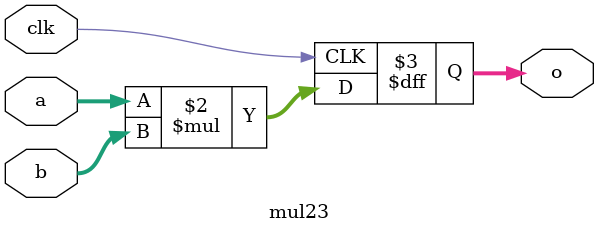
<source format=v>
module fpmult_m2
	(
	 input             clk,
	 input             rst,
	 input [31:0]      a,
	 input [31:0]      b,
	 output reg [31:0] res
	 );
   
   reg                     sign_0;
   reg [7:0]               exp_0;
   reg                     zero_0;
   
   wire [47:0]             m_0x_next;
   
   mul23 m0 (.clk(clk),
             .a({1'b1,a[22:0]}),
             .b({1'b1,b[22:0]}),
             .o(m_0x_next));

   always @(posedge clk)
     if(!rst) begin
	sign_0 <= 0;
	exp_0  <= 0;
	zero_0 <= 0;
     end else begin
	// Pipeline stage 0: start multiplication, find sign and exponent
	sign_0 <= a[31] ^ b[31];
	exp_0  <= a[30:23] + b[30:23] - 8'h7E;
	// Test if a or b == 0
	if (!a[30:0] || !b[30:0])
          zero_0 <= 1'b1;
	else 
          zero_0 <= 1'b0;
     end // else: !if(!rst)

   reg                     sign_0x;
   reg [7:0]               exp_0x;
   reg                     zero_0x;
   reg [47:0]              m_0x;
   always @(posedge clk)
     if (!rst) begin
        m_0x    <= 0;
        exp_0x  <= 0;
        zero_0x <= 0;
        sign_0x <= 0;
     end else begin
        // Pipeline stage 0x: get the multiplication result, pass the rest
	m_0x    <= m_0x_next;
        exp_0x  <= exp_0;
        zero_0x <= zero_0;
        sign_0x <= sign_0;
     end


   reg                     sign_1;
   reg [7:0]               exp_1;
   reg                     zero_1;
   reg                     mh_1;
   reg [24:0]              mn_1;
   wire                    nmh_1;
   assign nmh_1 = (~mh_1 & ~mn_1[24]);

   always @(posedge clk)
     if (!rst) begin
	exp_1  <= 0;
	sign_1 <= 0;
	zero_1 <= 0;
	mh_1   <= 0;
	mn_1   <= 0;
     end else begin
	// Pipeline stage 1: normalise mantissa
	exp_1  <= exp_0x;	
	sign_1 <= sign_0x;	
	zero_1 <= zero_0x;
	mh_1   <= m_0x[47];
	if (m_0x[47])
          mn_1 <= m_0x[47:24] + m_0x[23];
	else
 	  mn_1 <= m_0x[47:23] + m_0x[22];
     end // else: !if(!rst)
   
   always @(posedge clk)
     if (!rst) begin
	res <= 0;
     end else begin
	// Pipeline stage 2: store the result
	if (zero_1) 
          res <= 32'h0;
	else 
          res <= {sign_1,(exp_1 - nmh_1),mn_1[22:0]};
     end
   
endmodule



module mul23(input clk,
             input [23:0]      a,
             input [23:0]      b,
             output reg [47:0] o);

   always @(posedge clk)
     begin
        o <= a * b;
     end

endmodule

</source>
